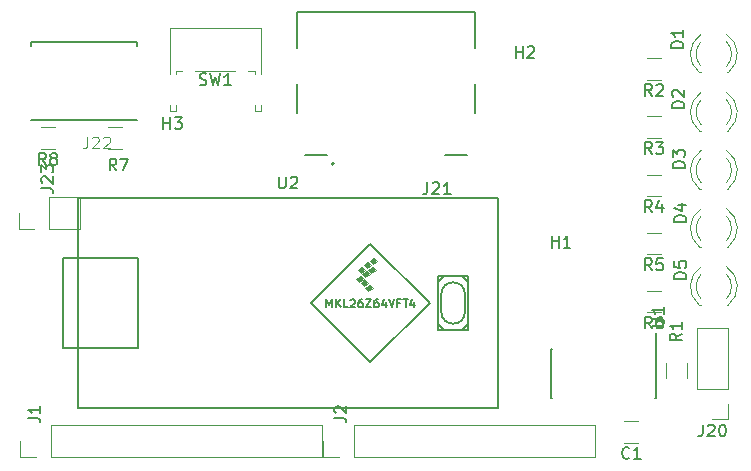
<source format=gbr>
G04 #@! TF.GenerationSoftware,KiCad,Pcbnew,5.0.2+dfsg1-1*
G04 #@! TF.CreationDate,2021-08-19T21:23:57+02:00*
G04 #@! TF.ProjectId,ergodox,6572676f-646f-4782-9e6b-696361645f70,rev?*
G04 #@! TF.SameCoordinates,Original*
G04 #@! TF.FileFunction,Legend,Top*
G04 #@! TF.FilePolarity,Positive*
%FSLAX46Y46*%
G04 Gerber Fmt 4.6, Leading zero omitted, Abs format (unit mm)*
G04 Created by KiCad (PCBNEW 5.0.2+dfsg1-1) date jeu 19 aoû 2021 21:23:57 CEST*
%MOMM*%
%LPD*%
G01*
G04 APERTURE LIST*
%ADD10C,0.200000*%
%ADD11C,0.120000*%
%ADD12C,0.150000*%
%ADD13C,0.100000*%
%ADD14C,0.015000*%
G04 APERTURE END LIST*
D10*
G04 #@! TO.C,J22*
X106070000Y-87389000D02*
X97120000Y-87389000D01*
X106070000Y-81079000D02*
X106070000Y-80729000D01*
X106070000Y-80729000D02*
X97120000Y-80729000D01*
X97120000Y-80729000D02*
X97120000Y-81079000D01*
D11*
G04 #@! TO.C,SW1*
X109400000Y-83266000D02*
X109400000Y-83496000D01*
X108880000Y-79596000D02*
X116600000Y-79596000D01*
X116600000Y-79596000D02*
X116600000Y-83496000D01*
X108880000Y-86606000D02*
X109400000Y-86606000D01*
X108880000Y-79596000D02*
X108880000Y-83496000D01*
X116080000Y-83266000D02*
X116080000Y-83496000D01*
X109400000Y-86096000D02*
X109400000Y-86606000D01*
X108880000Y-86096000D02*
X108880000Y-86606000D01*
X115540000Y-83266000D02*
X116080000Y-83266000D01*
X116080000Y-86096000D02*
X116080000Y-86606000D01*
X116080000Y-86606000D02*
X116600000Y-86606000D01*
X116600000Y-86096000D02*
X116600000Y-86606000D01*
X109400000Y-83266000D02*
X109940000Y-83266000D01*
X111040000Y-83266000D02*
X114440000Y-83266000D01*
D12*
G04 #@! TO.C,U2*
X132122000Y-105120000D02*
X131622000Y-104620000D01*
X131572000Y-105120000D02*
X132122000Y-105120000D01*
X134122000Y-104620000D02*
X133622000Y-105120000D01*
X131622000Y-101120000D02*
X132122000Y-100620000D01*
X133622000Y-100620000D02*
X132122000Y-100620000D01*
X134122000Y-101120000D02*
X133622000Y-100620000D01*
X133872000Y-103620000D02*
X133872000Y-102120000D01*
X131872000Y-102120000D02*
X131872000Y-103620000D01*
X125872000Y-107870000D02*
X130872000Y-102870000D01*
X120872000Y-102870000D02*
X125872000Y-107870000D01*
X125872000Y-97870000D02*
X120872000Y-102870000D01*
X130872000Y-102870000D02*
X125872000Y-97870000D01*
X101092000Y-106680000D02*
X99822000Y-106680000D01*
X99822000Y-106680000D02*
X99822000Y-99060000D01*
X99822000Y-99060000D02*
X101092000Y-99060000D01*
X106172000Y-106680000D02*
X106172000Y-99060000D01*
X106172000Y-99060000D02*
X101092000Y-99060000D01*
X106172000Y-106680000D02*
X101092000Y-106680000D01*
X134122000Y-100620000D02*
X134112000Y-105120000D01*
X134112000Y-105120000D02*
X131572000Y-105120000D01*
X131572000Y-105120000D02*
X131572000Y-100620000D01*
X131572000Y-100620000D02*
X134112000Y-100620000D01*
X101092000Y-93980000D02*
X136652000Y-93980000D01*
X136652000Y-93980000D02*
X136652000Y-111760000D01*
X136652000Y-111760000D02*
X101092000Y-111760000D01*
X101092000Y-111760000D02*
X101092000Y-93980000D01*
D13*
G36*
X125059000Y-100291000D02*
X124805000Y-100037000D01*
X125186000Y-99783000D01*
X125440000Y-100037000D01*
X125059000Y-100291000D01*
G37*
X125059000Y-100291000D02*
X124805000Y-100037000D01*
X125186000Y-99783000D01*
X125440000Y-100037000D01*
X125059000Y-100291000D01*
G36*
X125440000Y-100672000D02*
X125186000Y-100418000D01*
X125567000Y-100164000D01*
X125821000Y-100418000D01*
X125440000Y-100672000D01*
G37*
X125440000Y-100672000D02*
X125186000Y-100418000D01*
X125567000Y-100164000D01*
X125821000Y-100418000D01*
X125440000Y-100672000D01*
G36*
X126075000Y-99529000D02*
X125821000Y-99275000D01*
X126202000Y-99021000D01*
X126456000Y-99275000D01*
X126075000Y-99529000D01*
G37*
X126075000Y-99529000D02*
X125821000Y-99275000D01*
X126202000Y-99021000D01*
X126456000Y-99275000D01*
X126075000Y-99529000D01*
G36*
X125313000Y-101434000D02*
X125059000Y-101180000D01*
X125440000Y-100926000D01*
X125694000Y-101180000D01*
X125313000Y-101434000D01*
G37*
X125313000Y-101434000D02*
X125059000Y-101180000D01*
X125440000Y-100926000D01*
X125694000Y-101180000D01*
X125313000Y-101434000D01*
G36*
X125567000Y-99910000D02*
X125313000Y-99656000D01*
X125694000Y-99402000D01*
X125948000Y-99656000D01*
X125567000Y-99910000D01*
G37*
X125567000Y-99910000D02*
X125313000Y-99656000D01*
X125694000Y-99402000D01*
X125948000Y-99656000D01*
X125567000Y-99910000D01*
G36*
X125694000Y-101815000D02*
X125440000Y-101561000D01*
X125821000Y-101307000D01*
X126075000Y-101561000D01*
X125694000Y-101815000D01*
G37*
X125694000Y-101815000D02*
X125440000Y-101561000D01*
X125821000Y-101307000D01*
X126075000Y-101561000D01*
X125694000Y-101815000D01*
G36*
X124932000Y-101053000D02*
X124678000Y-100799000D01*
X125059000Y-100545000D01*
X125313000Y-100799000D01*
X124932000Y-101053000D01*
G37*
X124932000Y-101053000D02*
X124678000Y-100799000D01*
X125059000Y-100545000D01*
X125313000Y-100799000D01*
X124932000Y-101053000D01*
G36*
X125948000Y-100291000D02*
X125694000Y-100037000D01*
X126075000Y-99783000D01*
X126329000Y-100037000D01*
X125948000Y-100291000D01*
G37*
X125948000Y-100291000D02*
X125694000Y-100037000D01*
X126075000Y-99783000D01*
X126329000Y-100037000D01*
X125948000Y-100291000D01*
D12*
X131872000Y-102120000D02*
G75*
G02X133872000Y-102120000I1000000J0D01*
G01*
X133872000Y-103620000D02*
G75*
G02X131872000Y-103620000I-1000000J0D01*
G01*
D11*
G04 #@! TO.C,J2*
X144840000Y-115884000D02*
X144840000Y-113224000D01*
X124460000Y-115884000D02*
X144840000Y-115884000D01*
X124460000Y-113224000D02*
X144840000Y-113224000D01*
X124460000Y-115884000D02*
X124460000Y-113224000D01*
X123190000Y-115884000D02*
X121860000Y-115884000D01*
X121860000Y-115884000D02*
X121860000Y-114554000D01*
G04 #@! TO.C,D3*
X153861392Y-89958165D02*
G75*
G03X153704484Y-93190500I1078608J-1672335D01*
G01*
X156018608Y-89958165D02*
G75*
G02X156175516Y-93190500I-1078608J-1672335D01*
G01*
X153860163Y-90589370D02*
G75*
G03X153860000Y-92671461I1079837J-1041130D01*
G01*
X156019837Y-90589370D02*
G75*
G02X156020000Y-92671461I-1079837J-1041130D01*
G01*
X153704000Y-93190500D02*
X153860000Y-93190500D01*
X156020000Y-93190500D02*
X156176000Y-93190500D01*
G04 #@! TO.C,J1*
X121726000Y-115884000D02*
X121726000Y-113224000D01*
X98806000Y-115884000D02*
X121726000Y-115884000D01*
X98806000Y-113224000D02*
X121726000Y-113224000D01*
X98806000Y-115884000D02*
X98806000Y-113224000D01*
X97536000Y-115884000D02*
X96206000Y-115884000D01*
X96206000Y-115884000D02*
X96206000Y-114554000D01*
G04 #@! TO.C,C1*
X148557064Y-114702000D02*
X147352936Y-114702000D01*
X148557064Y-112882000D02*
X147352936Y-112882000D01*
G04 #@! TO.C,J23*
X101279000Y-96580000D02*
X101279000Y-93920000D01*
X98679000Y-96580000D02*
X101279000Y-96580000D01*
X98679000Y-93920000D02*
X101279000Y-93920000D01*
X98679000Y-96580000D02*
X98679000Y-93920000D01*
X97409000Y-96580000D02*
X96079000Y-96580000D01*
X96079000Y-96580000D02*
X96079000Y-95250000D01*
G04 #@! TO.C,J20*
X156143000Y-104969000D02*
X153483000Y-104969000D01*
X156143000Y-110109000D02*
X156143000Y-104969000D01*
X153483000Y-110109000D02*
X153483000Y-104969000D01*
X156143000Y-110109000D02*
X153483000Y-110109000D01*
X156143000Y-111379000D02*
X156143000Y-112709000D01*
X156143000Y-112709000D02*
X154813000Y-112709000D01*
D10*
G04 #@! TO.C,J21*
X122782000Y-91066000D02*
G75*
G03X122782000Y-91066000I-100000J0D01*
G01*
X134687000Y-81316000D02*
X134687000Y-78206000D01*
X134687000Y-78206000D02*
X119677000Y-78206000D01*
X119677000Y-78206000D02*
X119677000Y-81316000D01*
X134032000Y-90376000D02*
X132182000Y-90376000D01*
X134687000Y-84316000D02*
X134687000Y-86766000D01*
X119677000Y-84316000D02*
X119677000Y-86766000D01*
X122182000Y-90376000D02*
X120332000Y-90376000D01*
D11*
G04 #@! TO.C,D5*
X153861392Y-99800665D02*
G75*
G03X153704484Y-103033000I1078608J-1672335D01*
G01*
X156018608Y-99800665D02*
G75*
G02X156175516Y-103033000I-1078608J-1672335D01*
G01*
X153860163Y-100431870D02*
G75*
G03X153860000Y-102513961I1079837J-1041130D01*
G01*
X156019837Y-100431870D02*
G75*
G02X156020000Y-102513961I-1079837J-1041130D01*
G01*
X153704000Y-103033000D02*
X153860000Y-103033000D01*
X156020000Y-103033000D02*
X156176000Y-103033000D01*
G04 #@! TO.C,D4*
X156020000Y-98111750D02*
X156176000Y-98111750D01*
X153704000Y-98111750D02*
X153860000Y-98111750D01*
X156019837Y-95510620D02*
G75*
G02X156020000Y-97592711I-1079837J-1041130D01*
G01*
X153860163Y-95510620D02*
G75*
G03X153860000Y-97592711I1079837J-1041130D01*
G01*
X156018608Y-94879415D02*
G75*
G02X156175516Y-98111750I-1078608J-1672335D01*
G01*
X153861392Y-94879415D02*
G75*
G03X153704484Y-98111750I1078608J-1672335D01*
G01*
G04 #@! TO.C,D2*
X156020000Y-88269250D02*
X156176000Y-88269250D01*
X153704000Y-88269250D02*
X153860000Y-88269250D01*
X156019837Y-85668120D02*
G75*
G02X156020000Y-87750211I-1079837J-1041130D01*
G01*
X153860163Y-85668120D02*
G75*
G03X153860000Y-87750211I1079837J-1041130D01*
G01*
X156018608Y-85036915D02*
G75*
G02X156175516Y-88269250I-1078608J-1672335D01*
G01*
X153861392Y-85036915D02*
G75*
G03X153704484Y-88269250I1078608J-1672335D01*
G01*
G04 #@! TO.C,D1*
X153861392Y-80115665D02*
G75*
G03X153704484Y-83348000I1078608J-1672335D01*
G01*
X156018608Y-80115665D02*
G75*
G02X156175516Y-83348000I-1078608J-1672335D01*
G01*
X153860163Y-80746870D02*
G75*
G03X153860000Y-82828961I1079837J-1041130D01*
G01*
X156019837Y-80746870D02*
G75*
G02X156020000Y-82828961I-1079837J-1041130D01*
G01*
X153704000Y-83348000D02*
X153860000Y-83348000D01*
X156020000Y-83348000D02*
X156176000Y-83348000D01*
D12*
G04 #@! TO.C,U1*
X150035000Y-106764000D02*
X150010000Y-106764000D01*
X150035000Y-110914000D02*
X149920000Y-110914000D01*
X141135000Y-110914000D02*
X141250000Y-110914000D01*
X141135000Y-106764000D02*
X141250000Y-106764000D01*
X150035000Y-106764000D02*
X150035000Y-110914000D01*
X141135000Y-106764000D02*
X141135000Y-110914000D01*
X150010000Y-106764000D02*
X150010000Y-105389000D01*
D11*
G04 #@! TO.C,R8*
X99154064Y-87990000D02*
X97949936Y-87990000D01*
X99154064Y-89810000D02*
X97949936Y-89810000D01*
G04 #@! TO.C,R1*
X152675000Y-107982936D02*
X152675000Y-109187064D01*
X150855000Y-107982936D02*
X150855000Y-109187064D01*
G04 #@! TO.C,R2*
X150465064Y-82148000D02*
X149260936Y-82148000D01*
X150465064Y-83968000D02*
X149260936Y-83968000D01*
G04 #@! TO.C,R3*
X150465064Y-88889250D02*
X149260936Y-88889250D01*
X150465064Y-87069250D02*
X149260936Y-87069250D01*
G04 #@! TO.C,R4*
X150465064Y-91990500D02*
X149260936Y-91990500D01*
X150465064Y-93810500D02*
X149260936Y-93810500D01*
G04 #@! TO.C,R5*
X150465064Y-98731750D02*
X149260936Y-98731750D01*
X150465064Y-96911750D02*
X149260936Y-96911750D01*
G04 #@! TO.C,R6*
X150465064Y-101833000D02*
X149260936Y-101833000D01*
X150465064Y-103653000D02*
X149260936Y-103653000D01*
G04 #@! TO.C,R7*
X104872064Y-89810000D02*
X103667936Y-89810000D01*
X104872064Y-87990000D02*
X103667936Y-87990000D01*
G04 #@! TO.C,J22*
D14*
X101882779Y-88771713D02*
X101882779Y-89486106D01*
X101835153Y-89628985D01*
X101739901Y-89724237D01*
X101597022Y-89771863D01*
X101501770Y-89771863D01*
X102311415Y-88866966D02*
X102359041Y-88819340D01*
X102454294Y-88771713D01*
X102692425Y-88771713D01*
X102787677Y-88819340D01*
X102835303Y-88866966D01*
X102882929Y-88962218D01*
X102882929Y-89057470D01*
X102835303Y-89200349D01*
X102263789Y-89771863D01*
X102882929Y-89771863D01*
X103263939Y-88866966D02*
X103311565Y-88819340D01*
X103406817Y-88771713D01*
X103644948Y-88771713D01*
X103740201Y-88819340D01*
X103787827Y-88866966D01*
X103835453Y-88962218D01*
X103835453Y-89057470D01*
X103787827Y-89200349D01*
X103216313Y-89771863D01*
X103835453Y-89771863D01*
G04 #@! TO.C,H3*
D12*
X108331095Y-88138380D02*
X108331095Y-87138380D01*
X108331095Y-87614571D02*
X108902523Y-87614571D01*
X108902523Y-88138380D02*
X108902523Y-87138380D01*
X109283476Y-87138380D02*
X109902523Y-87138380D01*
X109569190Y-87519333D01*
X109712047Y-87519333D01*
X109807285Y-87566952D01*
X109854904Y-87614571D01*
X109902523Y-87709809D01*
X109902523Y-87947904D01*
X109854904Y-88043142D01*
X109807285Y-88090761D01*
X109712047Y-88138380D01*
X109426333Y-88138380D01*
X109331095Y-88090761D01*
X109283476Y-88043142D01*
G04 #@! TO.C,SW1*
X111406666Y-84380761D02*
X111549523Y-84428380D01*
X111787619Y-84428380D01*
X111882857Y-84380761D01*
X111930476Y-84333142D01*
X111978095Y-84237904D01*
X111978095Y-84142666D01*
X111930476Y-84047428D01*
X111882857Y-83999809D01*
X111787619Y-83952190D01*
X111597142Y-83904571D01*
X111501904Y-83856952D01*
X111454285Y-83809333D01*
X111406666Y-83714095D01*
X111406666Y-83618857D01*
X111454285Y-83523619D01*
X111501904Y-83476000D01*
X111597142Y-83428380D01*
X111835238Y-83428380D01*
X111978095Y-83476000D01*
X112311428Y-83428380D02*
X112549523Y-84428380D01*
X112740000Y-83714095D01*
X112930476Y-84428380D01*
X113168571Y-83428380D01*
X114073333Y-84428380D02*
X113501904Y-84428380D01*
X113787619Y-84428380D02*
X113787619Y-83428380D01*
X113692380Y-83571238D01*
X113597142Y-83666476D01*
X113501904Y-83714095D01*
G04 #@! TO.C,U2*
X118110095Y-92162380D02*
X118110095Y-92971904D01*
X118157714Y-93067142D01*
X118205333Y-93114761D01*
X118300571Y-93162380D01*
X118491047Y-93162380D01*
X118586285Y-93114761D01*
X118633904Y-93067142D01*
X118681523Y-92971904D01*
X118681523Y-92162380D01*
X119110095Y-92257619D02*
X119157714Y-92210000D01*
X119252952Y-92162380D01*
X119491047Y-92162380D01*
X119586285Y-92210000D01*
X119633904Y-92257619D01*
X119681523Y-92352857D01*
X119681523Y-92448095D01*
X119633904Y-92590952D01*
X119062476Y-93162380D01*
X119681523Y-93162380D01*
X122138666Y-103246666D02*
X122138666Y-102546666D01*
X122372000Y-103046666D01*
X122605333Y-102546666D01*
X122605333Y-103246666D01*
X122938666Y-103246666D02*
X122938666Y-102546666D01*
X123338666Y-103246666D02*
X123038666Y-102846666D01*
X123338666Y-102546666D02*
X122938666Y-102946666D01*
X123972000Y-103246666D02*
X123638666Y-103246666D01*
X123638666Y-102546666D01*
X124172000Y-102613333D02*
X124205333Y-102580000D01*
X124272000Y-102546666D01*
X124438666Y-102546666D01*
X124505333Y-102580000D01*
X124538666Y-102613333D01*
X124572000Y-102680000D01*
X124572000Y-102746666D01*
X124538666Y-102846666D01*
X124138666Y-103246666D01*
X124572000Y-103246666D01*
X125172000Y-102546666D02*
X125038666Y-102546666D01*
X124972000Y-102580000D01*
X124938666Y-102613333D01*
X124872000Y-102713333D01*
X124838666Y-102846666D01*
X124838666Y-103113333D01*
X124872000Y-103180000D01*
X124905333Y-103213333D01*
X124972000Y-103246666D01*
X125105333Y-103246666D01*
X125172000Y-103213333D01*
X125205333Y-103180000D01*
X125238666Y-103113333D01*
X125238666Y-102946666D01*
X125205333Y-102880000D01*
X125172000Y-102846666D01*
X125105333Y-102813333D01*
X124972000Y-102813333D01*
X124905333Y-102846666D01*
X124872000Y-102880000D01*
X124838666Y-102946666D01*
X125472000Y-102546666D02*
X125938666Y-102546666D01*
X125472000Y-103246666D01*
X125938666Y-103246666D01*
X126505333Y-102546666D02*
X126372000Y-102546666D01*
X126305333Y-102580000D01*
X126272000Y-102613333D01*
X126205333Y-102713333D01*
X126172000Y-102846666D01*
X126172000Y-103113333D01*
X126205333Y-103180000D01*
X126238666Y-103213333D01*
X126305333Y-103246666D01*
X126438666Y-103246666D01*
X126505333Y-103213333D01*
X126538666Y-103180000D01*
X126572000Y-103113333D01*
X126572000Y-102946666D01*
X126538666Y-102880000D01*
X126505333Y-102846666D01*
X126438666Y-102813333D01*
X126305333Y-102813333D01*
X126238666Y-102846666D01*
X126205333Y-102880000D01*
X126172000Y-102946666D01*
X127172000Y-102780000D02*
X127172000Y-103246666D01*
X127005333Y-102513333D02*
X126838666Y-103013333D01*
X127272000Y-103013333D01*
X127438666Y-102546666D02*
X127672000Y-103246666D01*
X127905333Y-102546666D01*
X128372000Y-102880000D02*
X128138666Y-102880000D01*
X128138666Y-103246666D02*
X128138666Y-102546666D01*
X128472000Y-102546666D01*
X128638666Y-102546666D02*
X129038666Y-102546666D01*
X128838666Y-103246666D02*
X128838666Y-102546666D01*
X129572000Y-102780000D02*
X129572000Y-103246666D01*
X129405333Y-102513333D02*
X129238666Y-103013333D01*
X129672000Y-103013333D01*
G04 #@! TO.C,J2*
X122821379Y-112601333D02*
X123535665Y-112601333D01*
X123678522Y-112648952D01*
X123773760Y-112744190D01*
X123821379Y-112887047D01*
X123821379Y-112982285D01*
X122916618Y-112172761D02*
X122868999Y-112125142D01*
X122821379Y-112029904D01*
X122821379Y-111791809D01*
X122868999Y-111696571D01*
X122916618Y-111648952D01*
X123011856Y-111601333D01*
X123107094Y-111601333D01*
X123249951Y-111648952D01*
X123821379Y-112220380D01*
X123821379Y-111601333D01*
G04 #@! TO.C,D3*
X152471380Y-91416095D02*
X151471380Y-91416095D01*
X151471380Y-91178000D01*
X151519000Y-91035142D01*
X151614238Y-90939904D01*
X151709476Y-90892285D01*
X151899952Y-90844666D01*
X152042809Y-90844666D01*
X152233285Y-90892285D01*
X152328523Y-90939904D01*
X152423761Y-91035142D01*
X152471380Y-91178000D01*
X152471380Y-91416095D01*
X151471380Y-90511333D02*
X151471380Y-89892285D01*
X151852333Y-90225619D01*
X151852333Y-90082761D01*
X151899952Y-89987523D01*
X151947571Y-89939904D01*
X152042809Y-89892285D01*
X152280904Y-89892285D01*
X152376142Y-89939904D01*
X152423761Y-89987523D01*
X152471380Y-90082761D01*
X152471380Y-90368476D01*
X152423761Y-90463714D01*
X152376142Y-90511333D01*
G04 #@! TO.C,J1*
X96913379Y-112601333D02*
X97627665Y-112601333D01*
X97770522Y-112648952D01*
X97865760Y-112744190D01*
X97913379Y-112887047D01*
X97913379Y-112982285D01*
X97913379Y-111601333D02*
X97913379Y-112172761D01*
X97913379Y-111887047D02*
X96913379Y-111887047D01*
X97056237Y-111982285D01*
X97151475Y-112077523D01*
X97199094Y-112172761D01*
G04 #@! TO.C,C1*
X147788333Y-115969142D02*
X147740714Y-116016761D01*
X147597857Y-116064380D01*
X147502619Y-116064380D01*
X147359761Y-116016761D01*
X147264523Y-115921523D01*
X147216904Y-115826285D01*
X147169285Y-115635809D01*
X147169285Y-115492952D01*
X147216904Y-115302476D01*
X147264523Y-115207238D01*
X147359761Y-115112000D01*
X147502619Y-115064380D01*
X147597857Y-115064380D01*
X147740714Y-115112000D01*
X147788333Y-115159619D01*
X148740714Y-116064380D02*
X148169285Y-116064380D01*
X148455000Y-116064380D02*
X148455000Y-115064380D01*
X148359761Y-115207238D01*
X148264523Y-115302476D01*
X148169285Y-115350095D01*
G04 #@! TO.C,J23*
X98004380Y-93138523D02*
X98718666Y-93138523D01*
X98861523Y-93186142D01*
X98956761Y-93281380D01*
X99004380Y-93424238D01*
X99004380Y-93519476D01*
X98099619Y-92709952D02*
X98052000Y-92662333D01*
X98004380Y-92567095D01*
X98004380Y-92329000D01*
X98052000Y-92233761D01*
X98099619Y-92186142D01*
X98194857Y-92138523D01*
X98290095Y-92138523D01*
X98432952Y-92186142D01*
X99004380Y-92757571D01*
X99004380Y-92138523D01*
X98004380Y-91805190D02*
X98004380Y-91186142D01*
X98385333Y-91519476D01*
X98385333Y-91376619D01*
X98432952Y-91281380D01*
X98480571Y-91233761D01*
X98575809Y-91186142D01*
X98813904Y-91186142D01*
X98909142Y-91233761D01*
X98956761Y-91281380D01*
X99004380Y-91376619D01*
X99004380Y-91662333D01*
X98956761Y-91757571D01*
X98909142Y-91805190D01*
G04 #@! TO.C,J20*
X154003476Y-113161380D02*
X154003476Y-113875666D01*
X153955857Y-114018523D01*
X153860619Y-114113761D01*
X153717761Y-114161380D01*
X153622523Y-114161380D01*
X154432047Y-113256619D02*
X154479666Y-113209000D01*
X154574904Y-113161380D01*
X154813000Y-113161380D01*
X154908238Y-113209000D01*
X154955857Y-113256619D01*
X155003476Y-113351857D01*
X155003476Y-113447095D01*
X154955857Y-113589952D01*
X154384428Y-114161380D01*
X155003476Y-114161380D01*
X155622523Y-113161380D02*
X155717761Y-113161380D01*
X155813000Y-113209000D01*
X155860619Y-113256619D01*
X155908238Y-113351857D01*
X155955857Y-113542333D01*
X155955857Y-113780428D01*
X155908238Y-113970904D01*
X155860619Y-114066142D01*
X155813000Y-114113761D01*
X155717761Y-114161380D01*
X155622523Y-114161380D01*
X155527285Y-114113761D01*
X155479666Y-114066142D01*
X155432047Y-113970904D01*
X155384428Y-113780428D01*
X155384428Y-113542333D01*
X155432047Y-113351857D01*
X155479666Y-113256619D01*
X155527285Y-113209000D01*
X155622523Y-113161380D01*
G04 #@! TO.C,J21*
X130697476Y-92653380D02*
X130697476Y-93367666D01*
X130649857Y-93510523D01*
X130554619Y-93605761D01*
X130411761Y-93653380D01*
X130316523Y-93653380D01*
X131126047Y-92748619D02*
X131173666Y-92701000D01*
X131268904Y-92653380D01*
X131507000Y-92653380D01*
X131602238Y-92701000D01*
X131649857Y-92748619D01*
X131697476Y-92843857D01*
X131697476Y-92939095D01*
X131649857Y-93081952D01*
X131078428Y-93653380D01*
X131697476Y-93653380D01*
X132649857Y-93653380D02*
X132078428Y-93653380D01*
X132364142Y-93653380D02*
X132364142Y-92653380D01*
X132268904Y-92796238D01*
X132173666Y-92891476D01*
X132078428Y-92939095D01*
G04 #@! TO.C,D5*
X152598380Y-100814095D02*
X151598380Y-100814095D01*
X151598380Y-100576000D01*
X151646000Y-100433142D01*
X151741238Y-100337904D01*
X151836476Y-100290285D01*
X152026952Y-100242666D01*
X152169809Y-100242666D01*
X152360285Y-100290285D01*
X152455523Y-100337904D01*
X152550761Y-100433142D01*
X152598380Y-100576000D01*
X152598380Y-100814095D01*
X151598380Y-99337904D02*
X151598380Y-99814095D01*
X152074571Y-99861714D01*
X152026952Y-99814095D01*
X151979333Y-99718857D01*
X151979333Y-99480761D01*
X152026952Y-99385523D01*
X152074571Y-99337904D01*
X152169809Y-99290285D01*
X152407904Y-99290285D01*
X152503142Y-99337904D01*
X152550761Y-99385523D01*
X152598380Y-99480761D01*
X152598380Y-99718857D01*
X152550761Y-99814095D01*
X152503142Y-99861714D01*
G04 #@! TO.C,D4*
X152598380Y-95988095D02*
X151598380Y-95988095D01*
X151598380Y-95750000D01*
X151646000Y-95607142D01*
X151741238Y-95511904D01*
X151836476Y-95464285D01*
X152026952Y-95416666D01*
X152169809Y-95416666D01*
X152360285Y-95464285D01*
X152455523Y-95511904D01*
X152550761Y-95607142D01*
X152598380Y-95750000D01*
X152598380Y-95988095D01*
X151931714Y-94559523D02*
X152598380Y-94559523D01*
X151550761Y-94797619D02*
X152265047Y-95035714D01*
X152265047Y-94416666D01*
G04 #@! TO.C,D2*
X152432380Y-86336095D02*
X151432380Y-86336095D01*
X151432380Y-86098000D01*
X151480000Y-85955142D01*
X151575238Y-85859904D01*
X151670476Y-85812285D01*
X151860952Y-85764666D01*
X152003809Y-85764666D01*
X152194285Y-85812285D01*
X152289523Y-85859904D01*
X152384761Y-85955142D01*
X152432380Y-86098000D01*
X152432380Y-86336095D01*
X151527619Y-85383714D02*
X151480000Y-85336095D01*
X151432380Y-85240857D01*
X151432380Y-85002761D01*
X151480000Y-84907523D01*
X151527619Y-84859904D01*
X151622857Y-84812285D01*
X151718095Y-84812285D01*
X151860952Y-84859904D01*
X152432380Y-85431333D01*
X152432380Y-84812285D01*
G04 #@! TO.C,D1*
X152344380Y-81256095D02*
X151344380Y-81256095D01*
X151344380Y-81018000D01*
X151392000Y-80875142D01*
X151487238Y-80779904D01*
X151582476Y-80732285D01*
X151772952Y-80684666D01*
X151915809Y-80684666D01*
X152106285Y-80732285D01*
X152201523Y-80779904D01*
X152296761Y-80875142D01*
X152344380Y-81018000D01*
X152344380Y-81256095D01*
X152344380Y-79732285D02*
X152344380Y-80303714D01*
X152344380Y-80018000D02*
X151344380Y-80018000D01*
X151487238Y-80113238D01*
X151582476Y-80208476D01*
X151630095Y-80303714D01*
G04 #@! TO.C,H1*
X141224095Y-98171380D02*
X141224095Y-97171380D01*
X141224095Y-97647571D02*
X141795523Y-97647571D01*
X141795523Y-98171380D02*
X141795523Y-97171380D01*
X142795523Y-98171380D02*
X142224095Y-98171380D01*
X142509809Y-98171380D02*
X142509809Y-97171380D01*
X142414571Y-97314238D01*
X142319333Y-97409476D01*
X142224095Y-97457095D01*
G04 #@! TO.C,H2*
X138176095Y-82113380D02*
X138176095Y-81113380D01*
X138176095Y-81589571D02*
X138747523Y-81589571D01*
X138747523Y-82113380D02*
X138747523Y-81113380D01*
X139176095Y-81208619D02*
X139223714Y-81161000D01*
X139318952Y-81113380D01*
X139557047Y-81113380D01*
X139652285Y-81161000D01*
X139699904Y-81208619D01*
X139747523Y-81303857D01*
X139747523Y-81399095D01*
X139699904Y-81541952D01*
X139128476Y-82113380D01*
X139747523Y-82113380D01*
G04 #@! TO.C,U1*
X149693380Y-104774904D02*
X150502904Y-104774904D01*
X150598142Y-104727285D01*
X150645761Y-104679666D01*
X150693380Y-104584428D01*
X150693380Y-104393952D01*
X150645761Y-104298714D01*
X150598142Y-104251095D01*
X150502904Y-104203476D01*
X149693380Y-104203476D01*
X150693380Y-103203476D02*
X150693380Y-103774904D01*
X150693380Y-103489190D02*
X149693380Y-103489190D01*
X149836238Y-103584428D01*
X149931476Y-103679666D01*
X149979095Y-103774904D01*
G04 #@! TO.C,R8*
X98385333Y-91172380D02*
X98052000Y-90696190D01*
X97813904Y-91172380D02*
X97813904Y-90172380D01*
X98194857Y-90172380D01*
X98290095Y-90220000D01*
X98337714Y-90267619D01*
X98385333Y-90362857D01*
X98385333Y-90505714D01*
X98337714Y-90600952D01*
X98290095Y-90648571D01*
X98194857Y-90696190D01*
X97813904Y-90696190D01*
X98956761Y-90600952D02*
X98861523Y-90553333D01*
X98813904Y-90505714D01*
X98766285Y-90410476D01*
X98766285Y-90362857D01*
X98813904Y-90267619D01*
X98861523Y-90220000D01*
X98956761Y-90172380D01*
X99147238Y-90172380D01*
X99242476Y-90220000D01*
X99290095Y-90267619D01*
X99337714Y-90362857D01*
X99337714Y-90410476D01*
X99290095Y-90505714D01*
X99242476Y-90553333D01*
X99147238Y-90600952D01*
X98956761Y-90600952D01*
X98861523Y-90648571D01*
X98813904Y-90696190D01*
X98766285Y-90791428D01*
X98766285Y-90981904D01*
X98813904Y-91077142D01*
X98861523Y-91124761D01*
X98956761Y-91172380D01*
X99147238Y-91172380D01*
X99242476Y-91124761D01*
X99290095Y-91077142D01*
X99337714Y-90981904D01*
X99337714Y-90791428D01*
X99290095Y-90696190D01*
X99242476Y-90648571D01*
X99147238Y-90600952D01*
G04 #@! TO.C,R1*
X152217380Y-105449666D02*
X151741190Y-105783000D01*
X152217380Y-106021095D02*
X151217380Y-106021095D01*
X151217380Y-105640142D01*
X151265000Y-105544904D01*
X151312619Y-105497285D01*
X151407857Y-105449666D01*
X151550714Y-105449666D01*
X151645952Y-105497285D01*
X151693571Y-105544904D01*
X151741190Y-105640142D01*
X151741190Y-106021095D01*
X152217380Y-104497285D02*
X152217380Y-105068714D01*
X152217380Y-104783000D02*
X151217380Y-104783000D01*
X151360238Y-104878238D01*
X151455476Y-104973476D01*
X151503095Y-105068714D01*
G04 #@! TO.C,R2*
X149696333Y-85330380D02*
X149363000Y-84854190D01*
X149124904Y-85330380D02*
X149124904Y-84330380D01*
X149505857Y-84330380D01*
X149601095Y-84378000D01*
X149648714Y-84425619D01*
X149696333Y-84520857D01*
X149696333Y-84663714D01*
X149648714Y-84758952D01*
X149601095Y-84806571D01*
X149505857Y-84854190D01*
X149124904Y-84854190D01*
X150077285Y-84425619D02*
X150124904Y-84378000D01*
X150220142Y-84330380D01*
X150458238Y-84330380D01*
X150553476Y-84378000D01*
X150601095Y-84425619D01*
X150648714Y-84520857D01*
X150648714Y-84616095D01*
X150601095Y-84758952D01*
X150029666Y-85330380D01*
X150648714Y-85330380D01*
G04 #@! TO.C,R3*
X149696333Y-90251630D02*
X149363000Y-89775440D01*
X149124904Y-90251630D02*
X149124904Y-89251630D01*
X149505857Y-89251630D01*
X149601095Y-89299250D01*
X149648714Y-89346869D01*
X149696333Y-89442107D01*
X149696333Y-89584964D01*
X149648714Y-89680202D01*
X149601095Y-89727821D01*
X149505857Y-89775440D01*
X149124904Y-89775440D01*
X150029666Y-89251630D02*
X150648714Y-89251630D01*
X150315380Y-89632583D01*
X150458238Y-89632583D01*
X150553476Y-89680202D01*
X150601095Y-89727821D01*
X150648714Y-89823059D01*
X150648714Y-90061154D01*
X150601095Y-90156392D01*
X150553476Y-90204011D01*
X150458238Y-90251630D01*
X150172523Y-90251630D01*
X150077285Y-90204011D01*
X150029666Y-90156392D01*
G04 #@! TO.C,R4*
X149696333Y-95172880D02*
X149363000Y-94696690D01*
X149124904Y-95172880D02*
X149124904Y-94172880D01*
X149505857Y-94172880D01*
X149601095Y-94220500D01*
X149648714Y-94268119D01*
X149696333Y-94363357D01*
X149696333Y-94506214D01*
X149648714Y-94601452D01*
X149601095Y-94649071D01*
X149505857Y-94696690D01*
X149124904Y-94696690D01*
X150553476Y-94506214D02*
X150553476Y-95172880D01*
X150315380Y-94125261D02*
X150077285Y-94839547D01*
X150696333Y-94839547D01*
G04 #@! TO.C,R5*
X149696333Y-100094130D02*
X149363000Y-99617940D01*
X149124904Y-100094130D02*
X149124904Y-99094130D01*
X149505857Y-99094130D01*
X149601095Y-99141750D01*
X149648714Y-99189369D01*
X149696333Y-99284607D01*
X149696333Y-99427464D01*
X149648714Y-99522702D01*
X149601095Y-99570321D01*
X149505857Y-99617940D01*
X149124904Y-99617940D01*
X150601095Y-99094130D02*
X150124904Y-99094130D01*
X150077285Y-99570321D01*
X150124904Y-99522702D01*
X150220142Y-99475083D01*
X150458238Y-99475083D01*
X150553476Y-99522702D01*
X150601095Y-99570321D01*
X150648714Y-99665559D01*
X150648714Y-99903654D01*
X150601095Y-99998892D01*
X150553476Y-100046511D01*
X150458238Y-100094130D01*
X150220142Y-100094130D01*
X150124904Y-100046511D01*
X150077285Y-99998892D01*
G04 #@! TO.C,R6*
X149696333Y-105015380D02*
X149363000Y-104539190D01*
X149124904Y-105015380D02*
X149124904Y-104015380D01*
X149505857Y-104015380D01*
X149601095Y-104063000D01*
X149648714Y-104110619D01*
X149696333Y-104205857D01*
X149696333Y-104348714D01*
X149648714Y-104443952D01*
X149601095Y-104491571D01*
X149505857Y-104539190D01*
X149124904Y-104539190D01*
X150553476Y-104015380D02*
X150363000Y-104015380D01*
X150267761Y-104063000D01*
X150220142Y-104110619D01*
X150124904Y-104253476D01*
X150077285Y-104443952D01*
X150077285Y-104824904D01*
X150124904Y-104920142D01*
X150172523Y-104967761D01*
X150267761Y-105015380D01*
X150458238Y-105015380D01*
X150553476Y-104967761D01*
X150601095Y-104920142D01*
X150648714Y-104824904D01*
X150648714Y-104586809D01*
X150601095Y-104491571D01*
X150553476Y-104443952D01*
X150458238Y-104396333D01*
X150267761Y-104396333D01*
X150172523Y-104443952D01*
X150124904Y-104491571D01*
X150077285Y-104586809D01*
G04 #@! TO.C,R7*
X104357333Y-91638380D02*
X104024000Y-91162190D01*
X103785904Y-91638380D02*
X103785904Y-90638380D01*
X104166857Y-90638380D01*
X104262095Y-90686000D01*
X104309714Y-90733619D01*
X104357333Y-90828857D01*
X104357333Y-90971714D01*
X104309714Y-91066952D01*
X104262095Y-91114571D01*
X104166857Y-91162190D01*
X103785904Y-91162190D01*
X104690666Y-90638380D02*
X105357333Y-90638380D01*
X104928761Y-91638380D01*
G04 #@! TD*
M02*

</source>
